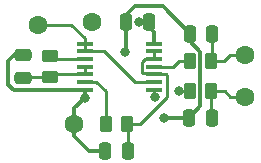
<source format=gtl>
%TF.GenerationSoftware,KiCad,Pcbnew,7.0.5*%
%TF.CreationDate,2024-02-11T20:35:52+02:00*%
%TF.ProjectId,Latch Slow,4c617463-6820-4536-9c6f-772e6b696361,rev?*%
%TF.SameCoordinates,Original*%
%TF.FileFunction,Copper,L1,Top*%
%TF.FilePolarity,Positive*%
%FSLAX46Y46*%
G04 Gerber Fmt 4.6, Leading zero omitted, Abs format (unit mm)*
G04 Created by KiCad (PCBNEW 7.0.5) date 2024-02-11 20:35:52*
%MOMM*%
%LPD*%
G01*
G04 APERTURE LIST*
G04 Aperture macros list*
%AMRoundRect*
0 Rectangle with rounded corners*
0 $1 Rounding radius*
0 $2 $3 $4 $5 $6 $7 $8 $9 X,Y pos of 4 corners*
0 Add a 4 corners polygon primitive as box body*
4,1,4,$2,$3,$4,$5,$6,$7,$8,$9,$2,$3,0*
0 Add four circle primitives for the rounded corners*
1,1,$1+$1,$2,$3*
1,1,$1+$1,$4,$5*
1,1,$1+$1,$6,$7*
1,1,$1+$1,$8,$9*
0 Add four rect primitives between the rounded corners*
20,1,$1+$1,$2,$3,$4,$5,0*
20,1,$1+$1,$4,$5,$6,$7,0*
20,1,$1+$1,$6,$7,$8,$9,0*
20,1,$1+$1,$8,$9,$2,$3,0*%
G04 Aperture macros list end*
%TA.AperFunction,ComponentPad*%
%ADD10C,1.600000*%
%TD*%
%TA.AperFunction,SMDPad,CuDef*%
%ADD11RoundRect,0.250000X0.262500X0.450000X-0.262500X0.450000X-0.262500X-0.450000X0.262500X-0.450000X0*%
%TD*%
%TA.AperFunction,SMDPad,CuDef*%
%ADD12RoundRect,0.250000X0.450000X-0.262500X0.450000X0.262500X-0.450000X0.262500X-0.450000X-0.262500X0*%
%TD*%
%TA.AperFunction,SMDPad,CuDef*%
%ADD13R,1.475000X0.450000*%
%TD*%
%TA.AperFunction,SMDPad,CuDef*%
%ADD14RoundRect,0.250000X0.250000X0.475000X-0.250000X0.475000X-0.250000X-0.475000X0.250000X-0.475000X0*%
%TD*%
%TA.AperFunction,SMDPad,CuDef*%
%ADD15RoundRect,0.250000X0.475000X-0.250000X0.475000X0.250000X-0.475000X0.250000X-0.475000X-0.250000X0*%
%TD*%
%TA.AperFunction,ViaPad*%
%ADD16C,0.800000*%
%TD*%
%TA.AperFunction,Conductor*%
%ADD17C,0.380000*%
%TD*%
%TA.AperFunction,Conductor*%
%ADD18C,0.250000*%
%TD*%
G04 APERTURE END LIST*
D10*
%TO.P,J4,1,Pin_1*%
%TO.N,/Bank Latch*%
X143002000Y-55626000D03*
%TD*%
%TO.P,J5,1,Pin_1*%
%TO.N,/~{Trans Out}*%
X143002000Y-52070000D03*
%TD*%
%TO.P,J3,1,Pin_1*%
%TO.N,/~{PHI2}*%
X125476000Y-49530000D03*
%TD*%
%TO.P,J2,1,Pin_1*%
%TO.N,/GND*%
X128524000Y-57912000D03*
%TD*%
%TO.P,J1,1,Pin_1*%
%TO.N,/5V*%
X130048000Y-49276000D03*
%TD*%
D11*
%TO.P,R4,1*%
%TO.N,/~{Trans Out}*%
X140104500Y-52588000D03*
%TO.P,R4,2*%
%TO.N,Net-(IC1-4Y)*%
X138279500Y-52588000D03*
%TD*%
%TO.P,R3,1*%
%TO.N,/Bank Latch*%
X140104500Y-55128000D03*
%TO.P,R3,2*%
%TO.N,Net-(IC1-3Y)*%
X138279500Y-55128000D03*
%TD*%
%TO.P,R2,1*%
%TO.N,/~{PHI2}_{3}*%
X132992500Y-57922000D03*
%TO.P,R2,2*%
%TO.N,Net-(IC1-2Y)*%
X131167500Y-57922000D03*
%TD*%
D12*
%TO.P,R1,1*%
%TO.N,/~{PHI2}_{2}*%
X126482000Y-53998500D03*
%TO.P,R1,2*%
%TO.N,Net-(IC1-1Y)*%
X126482000Y-52173500D03*
%TD*%
D13*
%TO.P,IC1,1,1A*%
%TO.N,/~{PHI2}*%
X129396000Y-51136000D03*
%TO.P,IC1,2,1B*%
X129396000Y-51786000D03*
%TO.P,IC1,3,1Y*%
%TO.N,Net-(IC1-1Y)*%
X129396000Y-52436000D03*
%TO.P,IC1,4,2A*%
%TO.N,/~{PHI2}_{2}*%
X129396000Y-53086000D03*
%TO.P,IC1,5,2B*%
X129396000Y-53736000D03*
%TO.P,IC1,6,2Y*%
%TO.N,Net-(IC1-2Y)*%
X129396000Y-54386000D03*
%TO.P,IC1,7,GND*%
%TO.N,/GND*%
X129396000Y-55036000D03*
%TO.P,IC1,8,3Y*%
%TO.N,Net-(IC1-3Y)*%
X135272000Y-55036000D03*
%TO.P,IC1,9,3A*%
%TO.N,/~{PHI2}*%
X135272000Y-54386000D03*
%TO.P,IC1,10,3B*%
%TO.N,/~{PHI2}_{3}*%
X135272000Y-53736000D03*
%TO.P,IC1,11,4Y*%
%TO.N,Net-(IC1-4Y)*%
X135272000Y-53086000D03*
%TO.P,IC1,12,4A*%
%TO.N,/~{PHI2}_{3}*%
X135272000Y-52436000D03*
%TO.P,IC1,13,4B*%
X135272000Y-51786000D03*
%TO.P,IC1,14,3V*%
%TO.N,/5V*%
X135272000Y-51136000D03*
%TD*%
D14*
%TO.P,C5,1*%
%TO.N,/~{Trans Out}*%
X140208000Y-50292000D03*
%TO.P,C5,2*%
%TO.N,/GND*%
X138308000Y-50292000D03*
%TD*%
%TO.P,C4,1*%
%TO.N,/Bank Latch*%
X140126000Y-57404000D03*
%TO.P,C4,2*%
%TO.N,/GND*%
X138226000Y-57404000D03*
%TD*%
%TO.P,C3,1*%
%TO.N,/~{PHI2}_{3}*%
X133014000Y-60198000D03*
%TO.P,C3,2*%
%TO.N,/GND*%
X131114000Y-60198000D03*
%TD*%
D15*
%TO.P,C2,1*%
%TO.N,/~{PHI2}_{2}*%
X124206000Y-54020000D03*
%TO.P,C2,2*%
%TO.N,/GND*%
X124206000Y-52120000D03*
%TD*%
D14*
%TO.P,C1,1*%
%TO.N,/5V*%
X134792000Y-49276000D03*
%TO.P,C1,2*%
%TO.N,/GND*%
X132892000Y-49276000D03*
%TD*%
D16*
%TO.N,/GND*%
X136144000Y-57404000D03*
%TO.N,/5V*%
X133991500Y-49276008D03*
%TO.N,Net-(IC1-3Y)*%
X135382000Y-55626000D03*
X137414000Y-55118000D03*
%TO.N,/GND*%
X132842000Y-51816000D03*
X129396005Y-55736005D03*
%TD*%
D17*
%TO.N,/GND*%
X138226000Y-57404000D02*
X136144000Y-57404000D01*
X123394000Y-52120000D02*
X124206000Y-52120000D01*
X122936000Y-52578000D02*
X123394000Y-52120000D01*
X122936000Y-54610000D02*
X122936000Y-52578000D01*
X129396000Y-55036000D02*
X123362000Y-55036000D01*
X123362000Y-55036000D02*
X122936000Y-54610000D01*
%TO.N,/5V*%
X134792000Y-49702000D02*
X135272000Y-50182000D01*
X135272000Y-50182000D02*
X135272000Y-51136000D01*
X134792000Y-49276000D02*
X133991508Y-49276000D01*
X133991508Y-49276000D02*
X133991500Y-49276008D01*
%TO.N,/GND*%
X133664271Y-47978000D02*
X135994000Y-47978000D01*
X132892000Y-48750271D02*
X133664271Y-47978000D01*
X135994000Y-47978000D02*
X138308000Y-50292000D01*
X129794000Y-60198000D02*
X131114000Y-60198000D01*
X128524000Y-58928000D02*
X129794000Y-60198000D01*
X128524000Y-57912000D02*
X128524000Y-58928000D01*
X128524000Y-56608010D02*
X128524000Y-57912000D01*
X129396005Y-55736005D02*
X128524000Y-56608010D01*
X138308000Y-50932000D02*
X138308000Y-50292000D01*
X139192000Y-56438000D02*
X139192000Y-51816000D01*
X138226000Y-57404000D02*
X139192000Y-56438000D01*
X139192000Y-51816000D02*
X138308000Y-50932000D01*
D18*
%TO.N,/~{PHI2}*%
X128270000Y-49530000D02*
X125476000Y-49530000D01*
X129396000Y-50656000D02*
X128270000Y-49530000D01*
X129396000Y-51136000D02*
X129396000Y-50656000D01*
%TO.N,/Bank Latch*%
X141732000Y-55626000D02*
X143002000Y-55626000D01*
X141234000Y-55128000D02*
X141732000Y-55626000D01*
X140104500Y-55128000D02*
X141234000Y-55128000D01*
%TO.N,/~{Trans Out}*%
X141732000Y-52070000D02*
X143002000Y-52070000D01*
X140114500Y-52578000D02*
X141224000Y-52578000D01*
X141224000Y-52578000D02*
X141732000Y-52070000D01*
%TO.N,/~{PHI2}_{2}*%
X126482000Y-53998500D02*
X124227500Y-53998500D01*
%TO.N,/~{PHI2}*%
X133634000Y-54386000D02*
X135272000Y-54386000D01*
X131034000Y-51786000D02*
X133634000Y-54386000D01*
X129396000Y-51786000D02*
X131034000Y-51786000D01*
%TO.N,/Bank Latch*%
X140104500Y-55128000D02*
X140104500Y-57382500D01*
%TO.N,/~{PHI2}_{3}*%
X134111305Y-57922000D02*
X132992500Y-57922000D01*
X136334500Y-55698805D02*
X134111305Y-57922000D01*
X136334500Y-53811000D02*
X136334500Y-55698805D01*
X136259500Y-53736000D02*
X136334500Y-53811000D01*
%TO.N,Net-(IC1-3Y)*%
X135272000Y-55516000D02*
X135382000Y-55626000D01*
%TO.N,/~{PHI2}_{3}*%
X135272000Y-53736000D02*
X136259500Y-53736000D01*
%TO.N,Net-(IC1-3Y)*%
X135272000Y-55036000D02*
X135272000Y-55516000D01*
X137424000Y-55128000D02*
X137414000Y-55118000D01*
X138279500Y-55128000D02*
X137424000Y-55128000D01*
%TO.N,/~{Trans Out}*%
X140208000Y-50292000D02*
X140208000Y-52484500D01*
%TO.N,Net-(IC1-4Y)*%
X137414000Y-52578000D02*
X138269500Y-52578000D01*
X136906000Y-53086000D02*
X137414000Y-52578000D01*
X135272000Y-53086000D02*
X136906000Y-53086000D01*
D17*
%TO.N,/GND*%
X129396000Y-55736000D02*
X129396005Y-55736005D01*
X129396000Y-55036000D02*
X129396000Y-55736000D01*
X132892000Y-51766000D02*
X132842000Y-51816000D01*
X132892000Y-49276000D02*
X132892000Y-51766000D01*
D18*
%TO.N,/~{PHI2}_{3}*%
X135272000Y-51786000D02*
X135272000Y-52436000D01*
X134466000Y-52436000D02*
X135272000Y-52436000D01*
X134209500Y-53636000D02*
X134209500Y-52692500D01*
X135170000Y-53636000D02*
X134209500Y-53636000D01*
X134209500Y-52692500D02*
X134466000Y-52436000D01*
X133014000Y-60198000D02*
X133014000Y-57943500D01*
%TO.N,Net-(IC1-2Y)*%
X131167500Y-55170000D02*
X131167500Y-57922000D01*
X130383500Y-54386000D02*
X131167500Y-55170000D01*
X129396000Y-54386000D02*
X130383500Y-54386000D01*
%TO.N,/~{PHI2}_{2}*%
X129396000Y-53736000D02*
X129396000Y-53086000D01*
X126744500Y-53736000D02*
X129396000Y-53736000D01*
%TO.N,Net-(IC1-1Y)*%
X129396000Y-52436000D02*
X126744500Y-52436000D01*
%TO.N,/~{PHI2}*%
X129396000Y-51136000D02*
X129396000Y-51786000D01*
%TD*%
M02*

</source>
